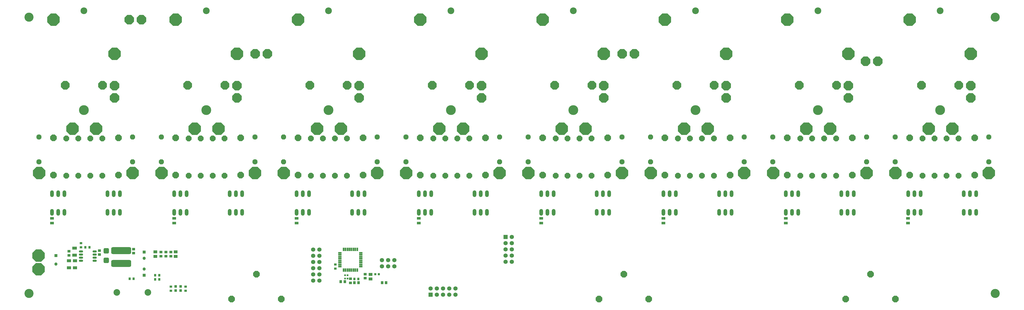
<source format=gts>
G04*
G04 #@! TF.GenerationSoftware,Altium Limited,Altium Designer,19.1.9 (167)*
G04*
G04 Layer_Color=8388736*
%FSLAX44Y44*%
%MOMM*%
G71*
G01*
G75*
%ADD22R,0.9032X1.0532*%
%ADD23R,0.6782X0.7782*%
%ADD24R,1.0000X1.0000*%
G04:AMPARAMS|DCode=25|XSize=2.2732mm|YSize=2.2632mm|CornerRadius=0.6166mm|HoleSize=0mm|Usage=FLASHONLY|Rotation=90.000|XOffset=0mm|YOffset=0mm|HoleType=Round|Shape=RoundedRectangle|*
%AMROUNDEDRECTD25*
21,1,2.2732,1.0300,0,0,90.0*
21,1,1.0400,2.2632,0,0,90.0*
1,1,1.2332,0.5150,0.5200*
1,1,1.2332,0.5150,-0.5200*
1,1,1.2332,-0.5150,-0.5200*
1,1,1.2332,-0.5150,0.5200*
%
%ADD25ROUNDEDRECTD25*%
%ADD26R,1.4032X0.7032*%
%ADD27R,0.7032X1.4032*%
%ADD28R,1.0532X0.9032*%
%ADD29R,1.8032X1.1532*%
%ADD30R,1.5032X1.0032*%
%ADD31R,0.9652X0.9652*%
G04:AMPARAMS|DCode=32|XSize=8.2032mm|YSize=2.9032mm|CornerRadius=0.7766mm|HoleSize=0mm|Usage=FLASHONLY|Rotation=180.000|XOffset=0mm|YOffset=0mm|HoleType=Round|Shape=RoundedRectangle|*
%AMROUNDEDRECTD32*
21,1,8.2032,1.3500,0,0,180.0*
21,1,6.6500,2.9032,0,0,180.0*
1,1,1.5532,-3.3250,0.6750*
1,1,1.5532,3.3250,0.6750*
1,1,1.5532,3.3250,-0.6750*
1,1,1.5532,-3.3250,-0.6750*
%
%ADD32ROUNDEDRECTD32*%
%ADD33R,1.5932X1.2032*%
%ADD34O,1.7532X0.9032*%
%ADD35R,1.1532X1.0032*%
%ADD36R,1.0032X1.1532*%
%ADD37R,1.6032X1.2032*%
%ADD38R,1.9032X1.2532*%
%ADD39C,3.7033*%
%ADD40C,1.7532*%
%ADD41R,1.7532X1.7532*%
%ADD42P,5.5439X8X292.5*%
%ADD43P,4.2129X8X292.5*%
%ADD44P,4.2129X8X202.5*%
%ADD45C,2.7032*%
%ADD46P,2.8819X8X22.5*%
%ADD47P,2.2431X8X292.5*%
%ADD48P,2.5093X8X112.5*%
%ADD49C,1.7272*%
%ADD50R,1.7532X1.7532*%
%ADD51P,3.7940X8X292.5*%
%ADD52C,4.0132*%
%ADD53C,2.7432*%
%ADD54O,1.4732X2.7432*%
%ADD55C,1.3032*%
%ADD56R,1.3032X1.3032*%
%ADD57P,2.8819X8X292.5*%
D22*
X678250Y1860000D02*
D03*
X661750D02*
D03*
X782750Y1857750D02*
D03*
X766250D02*
D03*
X766250Y1874750D02*
D03*
X782750D02*
D03*
X1580250Y1859500D02*
D03*
X1596750D02*
D03*
X481000Y1989000D02*
D03*
X497500D02*
D03*
D23*
X1542101Y1874650D02*
D03*
X1552101D02*
D03*
Y1861150D02*
D03*
X1542101D02*
D03*
D24*
X870000Y1811500D02*
D03*
Y1828500D02*
D03*
X850000Y1811500D02*
D03*
Y1828500D02*
D03*
D25*
X566000Y1974250D02*
D03*
Y1935000D02*
D03*
D26*
X1521600Y1910000D02*
D03*
Y1918000D02*
D03*
Y1926000D02*
D03*
Y1934000D02*
D03*
Y1942000D02*
D03*
Y1950000D02*
D03*
Y1958000D02*
D03*
Y1966000D02*
D03*
X1606600D02*
D03*
Y1958000D02*
D03*
Y1950000D02*
D03*
Y1942000D02*
D03*
Y1934000D02*
D03*
Y1926000D02*
D03*
Y1918000D02*
D03*
Y1910000D02*
D03*
D27*
X1536100Y1980500D02*
D03*
X1544100D02*
D03*
X1552100D02*
D03*
X1560100D02*
D03*
X1568100D02*
D03*
X1576100D02*
D03*
X1584100D02*
D03*
X1592100D02*
D03*
Y1895500D02*
D03*
X1584100D02*
D03*
X1576100D02*
D03*
X1568100D02*
D03*
X1560100D02*
D03*
X1552100D02*
D03*
X1544100D02*
D03*
X1536100D02*
D03*
D28*
X1502250Y1901750D02*
D03*
Y1918250D02*
D03*
X890000Y1811016D02*
D03*
Y1827516D02*
D03*
X463000Y2005250D02*
D03*
Y1988750D02*
D03*
X830000Y1811016D02*
D03*
Y1827516D02*
D03*
D29*
X438000Y1905000D02*
D03*
Y1934000D02*
D03*
X414000D02*
D03*
Y1905000D02*
D03*
D30*
X3844000Y2087500D02*
D03*
Y2107001D02*
D03*
X3344000Y2087500D02*
D03*
Y2107000D02*
D03*
X2844000Y2087500D02*
D03*
Y2107000D02*
D03*
X2344000Y2087501D02*
D03*
Y2107001D02*
D03*
X1844000Y2087501D02*
D03*
Y2107001D02*
D03*
X1344000Y2087500D02*
D03*
Y2107000D02*
D03*
X844000Y2087501D02*
D03*
Y2107001D02*
D03*
X344000Y2087500D02*
D03*
Y2107000D02*
D03*
D31*
X1666115Y1878766D02*
D03*
X1680085D02*
D03*
D32*
X627000Y1975000D02*
D03*
Y1923000D02*
D03*
D33*
X767000Y1951400D02*
D03*
Y1970000D02*
D03*
D34*
X463000Y1972100D02*
D03*
Y1959400D02*
D03*
Y1946700D02*
D03*
Y1934000D02*
D03*
X518500Y1972100D02*
D03*
Y1959400D02*
D03*
Y1946700D02*
D03*
Y1934000D02*
D03*
D35*
X1564500Y1859750D02*
D03*
Y1843250D02*
D03*
X1624100Y1878750D02*
D03*
Y1862250D02*
D03*
X790000Y1952400D02*
D03*
Y1968900D02*
D03*
X810000Y1952400D02*
D03*
Y1968900D02*
D03*
X830000Y1952400D02*
D03*
Y1968900D02*
D03*
X414000Y1955750D02*
D03*
Y1972250D02*
D03*
X678000Y1981500D02*
D03*
Y1965000D02*
D03*
X538000Y1959000D02*
D03*
Y1975500D02*
D03*
D36*
X1541250Y1848500D02*
D03*
X1524750D02*
D03*
X1693750Y1844000D02*
D03*
X1710250D02*
D03*
X1580750Y1843750D02*
D03*
X1597250D02*
D03*
D37*
X1646100Y1859250D02*
D03*
Y1877750D02*
D03*
X850000Y1969899D02*
D03*
Y1951399D02*
D03*
D38*
X437000Y1956500D02*
D03*
Y1985500D02*
D03*
D39*
X250000Y2930000D02*
D03*
X4200000D02*
D03*
Y1800000D02*
D03*
X250000D02*
D03*
D40*
X1993650Y1795031D02*
D03*
X1968250Y1820431D02*
D03*
Y1795031D02*
D03*
X1942850Y1820431D02*
D03*
Y1795031D02*
D03*
X1917450Y1820431D02*
D03*
Y1795031D02*
D03*
X1892050Y1820431D02*
D03*
X1993650D02*
D03*
X2198750Y1929200D02*
D03*
X2224150Y1954600D02*
D03*
X2198750D02*
D03*
X2224150Y1980000D02*
D03*
X2198750D02*
D03*
X2224150Y2005400D02*
D03*
X2198750D02*
D03*
X2224150Y2030800D02*
D03*
Y1929200D02*
D03*
D41*
X1892050Y1795031D02*
D03*
D42*
X289000Y1955000D02*
D03*
Y1899000D02*
D03*
X4100000Y2780000D02*
D03*
X3600000Y2780000D02*
D03*
X3100000Y2780000D02*
D03*
X2600000Y2780000D02*
D03*
X2100000Y2780000D02*
D03*
X1600000Y2780000D02*
D03*
X1100000Y2780000D02*
D03*
X600000Y2780000D02*
D03*
X4174000Y2292800D02*
D03*
X3674000Y2292800D02*
D03*
X3174001Y2292800D02*
D03*
X2674000Y2292800D02*
D03*
X2174001Y2292800D02*
D03*
X1674000Y2292800D02*
D03*
X1174000Y2292800D02*
D03*
X674000Y2292800D02*
D03*
X4025000Y2474000D02*
D03*
X3525000Y2474000D02*
D03*
X3025000Y2474000D02*
D03*
X2525000Y2474000D02*
D03*
X2025000Y2474000D02*
D03*
X1525000Y2474000D02*
D03*
X1025000Y2474000D02*
D03*
X525000Y2474000D02*
D03*
X3850000Y2920000D02*
D03*
X3350000D02*
D03*
X2850000D02*
D03*
X2350000D02*
D03*
X1850000D02*
D03*
X1350000D02*
D03*
X850000D02*
D03*
X350000D02*
D03*
X3792000Y2292800D02*
D03*
X3292000Y2292800D02*
D03*
X2792000Y2292800D02*
D03*
X2292000Y2292800D02*
D03*
X1792000Y2292800D02*
D03*
X1292000Y2292800D02*
D03*
X792000Y2292800D02*
D03*
X292000Y2292800D02*
D03*
X3928000Y2474000D02*
D03*
X3428000Y2474000D02*
D03*
X2928000Y2474000D02*
D03*
X2428000Y2474000D02*
D03*
X1928000Y2474000D02*
D03*
X1428000Y2474000D02*
D03*
X928000Y2474000D02*
D03*
X428000Y2474000D02*
D03*
D43*
X4100000Y2600000D02*
D03*
Y2650000D02*
D03*
X3600000Y2600000D02*
D03*
Y2650000D02*
D03*
X3100000Y2600000D02*
D03*
Y2650000D02*
D03*
X2600000Y2600000D02*
D03*
Y2650000D02*
D03*
X2100000Y2600000D02*
D03*
Y2650000D02*
D03*
X1600000Y2600000D02*
D03*
Y2650000D02*
D03*
X1100000Y2600000D02*
D03*
Y2650000D02*
D03*
X600000Y2600000D02*
D03*
Y2650000D02*
D03*
D44*
X3670000Y2750000D02*
D03*
X3720000D02*
D03*
X2725000Y2780000D02*
D03*
X2675000D02*
D03*
X1175000D02*
D03*
X1225000D02*
D03*
X660000Y2920000D02*
D03*
X710000D02*
D03*
D45*
X609000Y1804500D02*
D03*
X736000D02*
D03*
D46*
X3690000Y1878400D02*
D03*
X3791600Y1776800D02*
D03*
X3588400D02*
D03*
X2681600Y1878401D02*
D03*
X2783200Y1776801D02*
D03*
X2580000D02*
D03*
X1180000Y1878401D02*
D03*
X1281600Y1776801D02*
D03*
X1078400D02*
D03*
D47*
X4174001Y2338037D02*
D03*
Y2439637D02*
D03*
X3674001Y2338037D02*
D03*
Y2439637D02*
D03*
X3174001Y2338037D02*
D03*
Y2439637D02*
D03*
X2674000Y2338037D02*
D03*
Y2439637D02*
D03*
X2174001Y2338037D02*
D03*
Y2439637D02*
D03*
X1674000Y2338037D02*
D03*
Y2439637D02*
D03*
X1174001Y2338037D02*
D03*
Y2439637D02*
D03*
X674000Y2338037D02*
D03*
Y2439637D02*
D03*
X3791000Y2338037D02*
D03*
Y2439637D02*
D03*
X3291000Y2338037D02*
D03*
Y2439637D02*
D03*
X2791001Y2338037D02*
D03*
Y2439637D02*
D03*
X2291000Y2338037D02*
D03*
Y2439637D02*
D03*
X1791001Y2338037D02*
D03*
Y2439637D02*
D03*
X1291000Y2338037D02*
D03*
Y2439637D02*
D03*
X791001Y2338037D02*
D03*
Y2439637D02*
D03*
X291000Y2338037D02*
D03*
Y2439637D02*
D03*
D48*
X4050000Y2433990D02*
D03*
Y2281590D02*
D03*
X3550000Y2433990D02*
D03*
Y2281590D02*
D03*
X3050000Y2433990D02*
D03*
Y2281590D02*
D03*
X2550000Y2433991D02*
D03*
Y2281591D02*
D03*
X2050000Y2433990D02*
D03*
Y2281590D02*
D03*
X1550000Y2433990D02*
D03*
Y2281591D02*
D03*
X1050000Y2433991D02*
D03*
Y2281591D02*
D03*
X550000Y2433991D02*
D03*
Y2281591D02*
D03*
X4001000Y2433990D02*
D03*
Y2281590D02*
D03*
X3501000Y2433990D02*
D03*
Y2281590D02*
D03*
X3001000Y2433990D02*
D03*
Y2281590D02*
D03*
X2501000Y2433991D02*
D03*
Y2281591D02*
D03*
X2001000Y2433990D02*
D03*
Y2281590D02*
D03*
X1501000Y2433990D02*
D03*
Y2281591D02*
D03*
X1001000Y2433991D02*
D03*
Y2281591D02*
D03*
X501000Y2433990D02*
D03*
Y2281590D02*
D03*
X3903000Y2433990D02*
D03*
Y2281590D02*
D03*
X3403000Y2433990D02*
D03*
Y2281590D02*
D03*
X2903000Y2433990D02*
D03*
Y2281590D02*
D03*
X2403000Y2433991D02*
D03*
Y2281591D02*
D03*
X1903000Y2433990D02*
D03*
Y2281590D02*
D03*
X1403000Y2433990D02*
D03*
Y2281591D02*
D03*
X903000Y2433991D02*
D03*
Y2281591D02*
D03*
X403000Y2433990D02*
D03*
Y2281590D02*
D03*
X3952000Y2433990D02*
D03*
Y2281590D02*
D03*
X3452000Y2433990D02*
D03*
Y2281590D02*
D03*
X2952000Y2433990D02*
D03*
Y2281590D02*
D03*
X2452000Y2433991D02*
D03*
Y2281591D02*
D03*
X1952000Y2433990D02*
D03*
Y2281590D02*
D03*
X1452000Y2433990D02*
D03*
Y2281591D02*
D03*
X952000Y2433991D02*
D03*
Y2281591D02*
D03*
X452000Y2433990D02*
D03*
Y2281590D02*
D03*
D49*
X1743800Y1911000D02*
D03*
X1718400D02*
D03*
X1693000D02*
D03*
Y1936000D02*
D03*
X1718400D02*
D03*
X1743800D02*
D03*
X1412250Y1979050D02*
D03*
Y1953650D02*
D03*
Y1928250D02*
D03*
X1437250D02*
D03*
Y1953650D02*
D03*
Y1979050D02*
D03*
Y1903050D02*
D03*
Y1877650D02*
D03*
Y1852250D02*
D03*
X1412250D02*
D03*
Y1877650D02*
D03*
Y1903050D02*
D03*
D50*
X2198750Y2030800D02*
D03*
D51*
X3898800Y2651600D02*
D03*
X4051200D02*
D03*
X3398800Y2651600D02*
D03*
X3551200D02*
D03*
X2898800D02*
D03*
X3051200D02*
D03*
X2398800Y2651600D02*
D03*
X2551200D02*
D03*
X1898800Y2651600D02*
D03*
X2051200D02*
D03*
X1398800D02*
D03*
X1551200D02*
D03*
X898800Y2651600D02*
D03*
X1051200D02*
D03*
X398800Y2651600D02*
D03*
X551200D02*
D03*
D52*
X3975000Y2550000D02*
D03*
X3475000Y2550000D02*
D03*
X2975000D02*
D03*
X2475000Y2550000D02*
D03*
X1975000Y2550000D02*
D03*
X1475000D02*
D03*
X975000Y2550000D02*
D03*
X475000Y2550000D02*
D03*
D53*
X3975000Y2956400D02*
D03*
X3475000Y2956400D02*
D03*
X2975000D02*
D03*
X2475000Y2956400D02*
D03*
X1975000Y2956400D02*
D03*
X1475000D02*
D03*
X975000Y2956400D02*
D03*
X475000Y2956400D02*
D03*
D54*
X4071147Y2131900D02*
D03*
X4096547D02*
D03*
Y2208100D02*
D03*
X4071147D02*
D03*
X4121947Y2131900D02*
D03*
Y2208100D02*
D03*
X3571147Y2131900D02*
D03*
X3596547D02*
D03*
Y2208100D02*
D03*
X3571147D02*
D03*
X3621947Y2131900D02*
D03*
Y2208100D02*
D03*
X3071147Y2131900D02*
D03*
X3096547D02*
D03*
Y2208100D02*
D03*
X3071147D02*
D03*
X3121947Y2131900D02*
D03*
Y2208100D02*
D03*
X2571147Y2131900D02*
D03*
X2596547D02*
D03*
Y2208100D02*
D03*
X2571147D02*
D03*
X2621947Y2131900D02*
D03*
Y2208100D02*
D03*
X2071147Y2131900D02*
D03*
X2096547D02*
D03*
Y2208100D02*
D03*
X2071147D02*
D03*
X2121947Y2131900D02*
D03*
Y2208100D02*
D03*
X1571147Y2131900D02*
D03*
X1596547D02*
D03*
Y2208100D02*
D03*
X1571147D02*
D03*
X1621947Y2131900D02*
D03*
Y2208100D02*
D03*
X1071147Y2131900D02*
D03*
X1096547D02*
D03*
Y2208100D02*
D03*
X1071147D02*
D03*
X1121947Y2131900D02*
D03*
Y2208100D02*
D03*
X571147Y2131900D02*
D03*
X596547D02*
D03*
Y2208100D02*
D03*
X571147D02*
D03*
X621947Y2131900D02*
D03*
Y2208100D02*
D03*
X3844053Y2131900D02*
D03*
X3869453D02*
D03*
Y2208100D02*
D03*
X3844053D02*
D03*
X3894853Y2131900D02*
D03*
Y2208100D02*
D03*
X3344053Y2131900D02*
D03*
X3369453D02*
D03*
Y2208100D02*
D03*
X3344053D02*
D03*
X3394853Y2131900D02*
D03*
Y2208100D02*
D03*
X2844053Y2131900D02*
D03*
X2869453D02*
D03*
Y2208100D02*
D03*
X2844053D02*
D03*
X2894853Y2131900D02*
D03*
Y2208100D02*
D03*
X2344053Y2131900D02*
D03*
X2369453D02*
D03*
Y2208100D02*
D03*
X2344053D02*
D03*
X2394853Y2131900D02*
D03*
Y2208100D02*
D03*
X1844053Y2131900D02*
D03*
X1869453D02*
D03*
Y2208100D02*
D03*
X1844053D02*
D03*
X1894853Y2131900D02*
D03*
Y2208100D02*
D03*
X1344053Y2131900D02*
D03*
X1369453D02*
D03*
Y2208100D02*
D03*
X1344053D02*
D03*
X1394853Y2131900D02*
D03*
Y2208100D02*
D03*
X844053Y2131900D02*
D03*
X869453D02*
D03*
Y2208100D02*
D03*
X844053D02*
D03*
X894853Y2131900D02*
D03*
Y2208100D02*
D03*
X344053Y2131900D02*
D03*
X369453D02*
D03*
Y2208100D02*
D03*
X344053D02*
D03*
X394853Y2131900D02*
D03*
Y2208100D02*
D03*
D55*
X720750Y1899750D02*
D03*
X721000Y1944000D02*
D03*
X360000Y1920000D02*
D03*
D56*
X720750Y1874750D02*
D03*
X721000Y1969000D02*
D03*
X360000Y1955000D02*
D03*
D57*
X4116000Y2283800D02*
D03*
Y2436200D02*
D03*
X3616000Y2283800D02*
D03*
Y2436200D02*
D03*
X3116000Y2283800D02*
D03*
Y2436200D02*
D03*
X2616000Y2283800D02*
D03*
Y2436200D02*
D03*
X2116000Y2283800D02*
D03*
Y2436200D02*
D03*
X1616000Y2283800D02*
D03*
Y2436200D02*
D03*
X1116000Y2283800D02*
D03*
Y2436200D02*
D03*
X616000Y2283800D02*
D03*
Y2436200D02*
D03*
X3850000Y2283800D02*
D03*
Y2436200D02*
D03*
X3350000Y2283800D02*
D03*
Y2436200D02*
D03*
X2850000Y2283800D02*
D03*
Y2436200D02*
D03*
X2350000Y2283800D02*
D03*
Y2436200D02*
D03*
X1850000Y2283800D02*
D03*
Y2436200D02*
D03*
X1350000Y2283800D02*
D03*
Y2436200D02*
D03*
X850000Y2283800D02*
D03*
Y2436200D02*
D03*
X350000Y2283800D02*
D03*
Y2436200D02*
D03*
M02*

</source>
